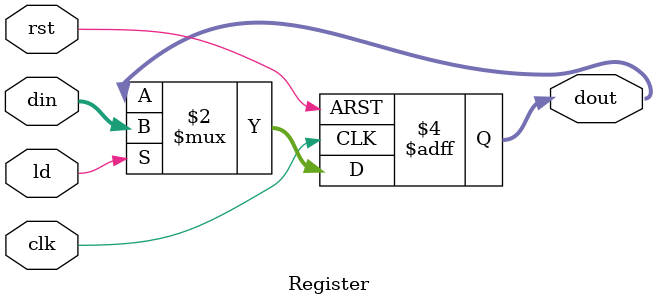
<source format=v>
module Register (clk, rst, ld, din, dout);
    parameter N = 8;
    input clk, rst, ld;
    input [N-1:0] din;
    output [N-1:0] dout;
    
    reg [N-1:0] dout;

    always @(posedge rst or posedge clk) begin
        if (rst)
            dout <= 0;
        else if (ld)
            dout <= din;
    end
endmodule
</source>
